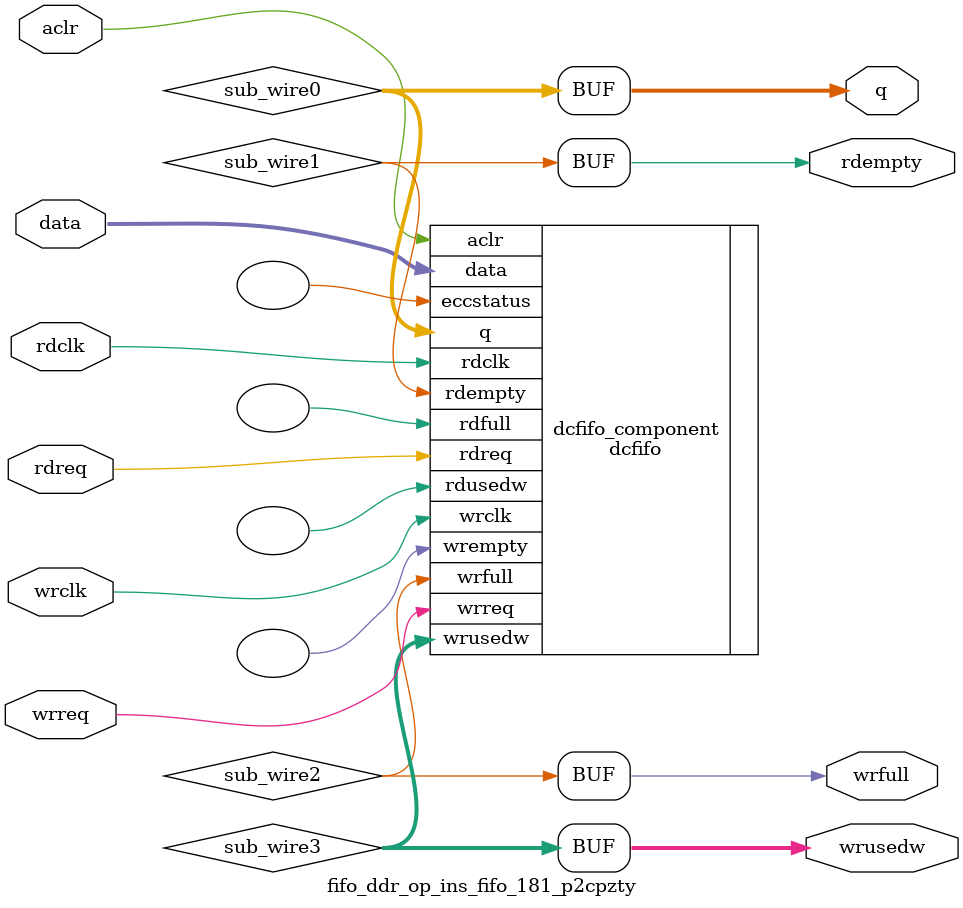
<source format=v>



`timescale 1 ps / 1 ps
// synopsys translate_on
module  fifo_ddr_op_ins_fifo_181_p2cpzty  (
    aclr,
    data,
    rdclk,
    rdreq,
    wrclk,
    wrreq,
    q,
    rdempty,
    wrfull,
    wrusedw);

    input    aclr;
    input  [161:0]  data;
    input    rdclk;
    input    rdreq;
    input    wrclk;
    input    wrreq;
    output [161:0]  q;
    output   rdempty;
    output   wrfull;
    output [7:0]  wrusedw;
`ifndef ALTERA_RESERVED_QIS
// synopsys translate_off
`endif
    tri0     aclr;
`ifndef ALTERA_RESERVED_QIS
// synopsys translate_on
`endif

    wire [161:0] sub_wire0;
    wire  sub_wire1;
    wire  sub_wire2;
    wire [7:0] sub_wire3;
    wire [161:0] q = sub_wire0[161:0];
    wire  rdempty = sub_wire1;
    wire  wrfull = sub_wire2;
    wire [7:0] wrusedw = sub_wire3[7:0];

    dcfifo  dcfifo_component (
                .aclr (aclr),
                .data (data),
                .rdclk (rdclk),
                .rdreq (rdreq),
                .wrclk (wrclk),
                .wrreq (wrreq),
                .q (sub_wire0),
                .rdempty (sub_wire1),
                .wrfull (sub_wire2),
                .wrusedw (sub_wire3),
                .eccstatus (),
                .rdfull (),
                .rdusedw (),
                .wrempty ());
    defparam
        dcfifo_component.enable_ecc  = "FALSE",
        dcfifo_component.intended_device_family  = "Arria 10",
        dcfifo_component.lpm_hint  = "DISABLE_DCFIFO_EMBEDDED_TIMING_CONSTRAINT=TRUE",
        dcfifo_component.lpm_numwords  = 256,
        dcfifo_component.lpm_showahead  = "ON",
        dcfifo_component.lpm_type  = "dcfifo",
        dcfifo_component.lpm_width  = 162,
        dcfifo_component.lpm_widthu  = 8,
        dcfifo_component.overflow_checking  = "ON",
        dcfifo_component.rdsync_delaypipe  = 5,
        dcfifo_component.read_aclr_synch  = "OFF",
        dcfifo_component.underflow_checking  = "ON",
        dcfifo_component.use_eab  = "ON",
        dcfifo_component.write_aclr_synch  = "OFF",
        dcfifo_component.wrsync_delaypipe  = 5;


endmodule



</source>
